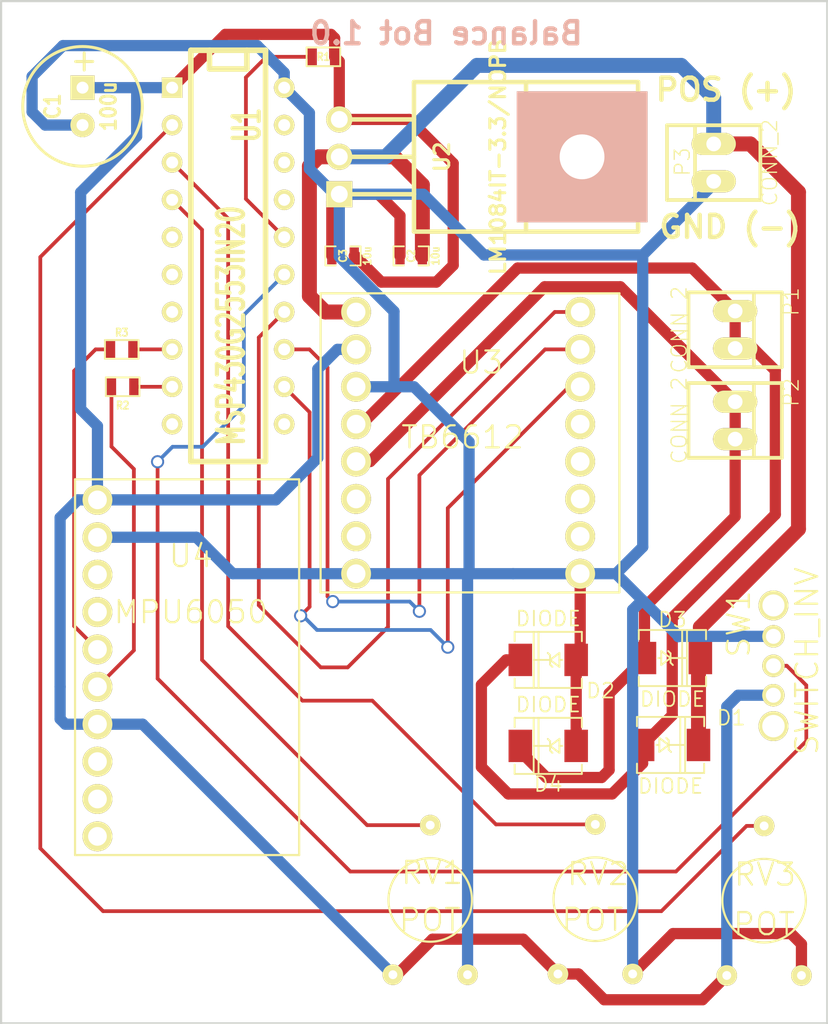
<source format=kicad_pcb>
(kicad_pcb (version 3) (host pcbnew "(2013-07-07 BZR 4022)-stable")

  (general
    (links 51)
    (no_connects 0)
    (area 198.349799 79.579399 254.684601 149.173001)
    (thickness 1.6)
    (drawings 7)
    (tracks 225)
    (zones 0)
    (modules 21)
    (nets 18)
  )

  (page A3)
  (layers
    (15 F.Cu signal)
    (0 B.Cu signal)
    (16 B.Adhes user)
    (17 F.Adhes user)
    (18 B.Paste user)
    (19 F.Paste user)
    (20 B.SilkS user)
    (21 F.SilkS user)
    (22 B.Mask user)
    (23 F.Mask user)
    (24 Dwgs.User user)
    (25 Cmts.User user)
    (26 Eco1.User user)
    (27 Eco2.User user)
    (28 Edge.Cuts user)
  )

  (setup
    (last_trace_width 0.254)
    (trace_clearance 0.254)
    (zone_clearance 0.508)
    (zone_45_only no)
    (trace_min 0.254)
    (segment_width 0.2)
    (edge_width 0.15)
    (via_size 0.889)
    (via_drill 0.635)
    (via_min_size 0.889)
    (via_min_drill 0.508)
    (uvia_size 0.508)
    (uvia_drill 0.127)
    (uvias_allowed no)
    (uvia_min_size 0.508)
    (uvia_min_drill 0.127)
    (pcb_text_width 0.3)
    (pcb_text_size 1.5 1.5)
    (mod_edge_width 0.15)
    (mod_text_size 1.5 1.5)
    (mod_text_width 0.15)
    (pad_size 1.524 1.524)
    (pad_drill 1.016)
    (pad_to_mask_clearance 0.2)
    (aux_axis_origin 198.4248 154.7368)
    (visible_elements 7FFFFFFF)
    (pcbplotparams
      (layerselection 284196865)
      (usegerberextensions true)
      (excludeedgelayer true)
      (linewidth 0.150000)
      (plotframeref false)
      (viasonmask false)
      (mode 1)
      (useauxorigin false)
      (hpglpennumber 1)
      (hpglpenspeed 20)
      (hpglpendiameter 15)
      (hpglpenoverlay 2)
      (psnegative false)
      (psa4output false)
      (plotreference true)
      (plotvalue true)
      (plotothertext true)
      (plotinvisibletext false)
      (padsonsilk false)
      (subtractmaskfromsilk false)
      (outputformat 1)
      (mirror false)
      (drillshape 0)
      (scaleselection 1)
      (outputdirectory gerber/))
  )

  (net 0 "")
  (net 1 +7.4V)
  (net 2 /VCC_MCU)
  (net 3 GND)
  (net 4 N-000001)
  (net 5 N-0000013)
  (net 6 N-0000014)
  (net 7 N-0000015)
  (net 8 N-0000016)
  (net 9 N-0000017)
  (net 10 N-000002)
  (net 11 N-000003)
  (net 12 N-000004)
  (net 13 N-000005)
  (net 14 N-000006)
  (net 15 N-000007)
  (net 16 N-000008)
  (net 17 N-000009)

  (net_class Default "This is the default net class."
    (clearance 0.254)
    (trace_width 0.254)
    (via_dia 0.889)
    (via_drill 0.635)
    (uvia_dia 0.508)
    (uvia_drill 0.127)
    (add_net "")
    (add_net N-0000013)
    (add_net N-0000014)
    (add_net N-0000015)
    (add_net N-0000016)
    (add_net N-0000017)
    (add_net N-000003)
    (add_net N-000004)
    (add_net N-000005)
    (add_net N-000006)
    (add_net N-000007)
    (add_net N-000008)
    (add_net N-000009)
  )

  (net_class 7.4 ""
    (clearance 0.254)
    (trace_width 1.016)
    (via_dia 0.889)
    (via_drill 0.635)
    (uvia_dia 0.508)
    (uvia_drill 0.127)
    (add_net +7.4V)
  )

  (net_class GND ""
    (clearance 0.254)
    (trace_width 0.762)
    (via_dia 0.889)
    (via_drill 0.635)
    (uvia_dia 0.508)
    (uvia_drill 0.127)
    (add_net GND)
  )

  (net_class Motor ""
    (clearance 0.254)
    (trace_width 0.762)
    (via_dia 0.889)
    (via_drill 0.635)
    (uvia_dia 0.508)
    (uvia_drill 0.127)
    (add_net N-000001)
    (add_net N-000002)
  )

  (net_class VCC ""
    (clearance 0.254)
    (trace_width 0.762)
    (via_dia 0.889)
    (via_drill 0.635)
    (uvia_dia 0.508)
    (uvia_drill 0.127)
    (add_net /VCC_MCU)
  )

  (module spdt (layer F.Cu) (tedit 525101AB) (tstamp 522A1C4D)
    (at 250.952 122.809 270)
    (path /52226B55)
    (fp_text reference SW1 (at -0.8382 2.3622 270) (layer F.SilkS)
      (effects (font (size 1.5 1.5) (thickness 0.15)))
    )
    (fp_text value SWITCH_INV (at 1.6764 -2.286 270) (layer F.SilkS)
      (effects (font (size 1.5 1.5) (thickness 0.15)))
    )
    (pad 4 thru_hole circle (at -2.1 0 270) (size 2.032 2.032) (drill 1.4986)
      (layers *.Cu *.Mask F.SilkS)
    )
    (pad 1 thru_hole circle (at 0 0 270) (size 1.524 1.524) (drill 1.016)
      (layers *.Cu *.Mask F.SilkS)
      (net 3 GND)
    )
    (pad 2 thru_hole circle (at 2 0 270) (size 1.524 1.524) (drill 1.016)
      (layers *.Cu *.Mask F.SilkS)
      (net 6 N-0000014)
    )
    (pad 3 thru_hole circle (at 4 0.00508 270) (size 1.524 1.524) (drill 1.016)
      (layers *.Cu *.Mask F.SilkS)
      (net 2 /VCC_MCU)
    )
    (pad 5 thru_hole circle (at 6.1 0 270) (size 2.032 2.032) (drill 1.524)
      (layers *.Cu *.Mask F.SilkS)
    )
  )

  (module tb6612 (layer F.Cu) (tedit 523FBD2D) (tstamp 522A1C44)
    (at 233.6165 102.9335)
    (path /522257CB)
    (fp_text reference U3 (at -2.54 1.27) (layer F.SilkS)
      (effects (font (size 1.5 1.5) (thickness 0.15)))
    )
    (fp_text value TB6612 (at -3.81 6.35) (layer F.SilkS)
      (effects (font (size 1.5 1.5) (thickness 0.15)))
    )
    (fp_line (start 6.858 16.891) (end -13.462 16.891) (layer F.SilkS) (width 0.15))
    (fp_line (start 6.858 -3.429) (end 6.858 16.891) (layer F.SilkS) (width 0.15))
    (fp_line (start -13.462 -3.429) (end -13.462 16.891) (layer F.SilkS) (width 0.15))
    (fp_line (start -13.462 -3.429) (end 6.858 -3.429) (layer F.SilkS) (width 0.15))
    (pad 1 thru_hole circle (at -11.049 -2.159) (size 2.032 2.032) (drill 1.27)
      (layers *.Cu *.Mask F.SilkS)
      (net 1 +7.4V)
    )
    (pad 2 thru_hole circle (at -11.049 0.381) (size 2.032 2.032) (drill 1.27)
      (layers *.Cu *.Mask F.SilkS)
      (net 2 /VCC_MCU)
    )
    (pad 3 thru_hole circle (at -11.049 2.921) (size 2.032 2.032) (drill 1.27)
      (layers *.Cu *.Mask F.SilkS)
      (net 3 GND)
    )
    (pad 4 thru_hole circle (at -11.049 5.461) (size 2.032 2.032) (drill 1.27)
      (layers *.Cu *.Mask F.SilkS)
      (net 4 N-000001)
    )
    (pad 5 thru_hole circle (at -11.049 8.001) (size 2.032 2.032) (drill 1.27)
      (layers *.Cu *.Mask F.SilkS)
      (net 10 N-000002)
    )
    (pad 6 thru_hole circle (at -11.049 10.541) (size 2.032 2.032) (drill 1.27)
      (layers *.Cu *.Mask F.SilkS)
    )
    (pad 7 thru_hole circle (at -11.049 13.081) (size 2.032 2.032) (drill 1.27)
      (layers *.Cu *.Mask F.SilkS)
    )
    (pad 8 thru_hole circle (at -11.049 15.621) (size 2.032 2.032) (drill 1.27)
      (layers *.Cu *.Mask F.SilkS)
      (net 3 GND)
    )
    (pad 9 thru_hole circle (at 4.191 15.621) (size 2.032 2.032) (drill 1.27)
      (layers *.Cu *.Mask F.SilkS)
      (net 3 GND)
    )
    (pad 10 thru_hole circle (at 4.191 13.081) (size 2.032 2.032) (drill 1.27)
      (layers *.Cu *.Mask F.SilkS)
    )
    (pad 11 thru_hole circle (at 4.191 10.541) (size 2.032 2.032) (drill 1.27)
      (layers *.Cu *.Mask F.SilkS)
    )
    (pad 12 thru_hole circle (at 4.191 8.001) (size 2.032 2.032) (drill 1.27)
      (layers *.Cu *.Mask F.SilkS)
    )
    (pad 13 thru_hole circle (at 4.191 5.461) (size 2.032 2.032) (drill 1.27)
      (layers *.Cu *.Mask F.SilkS)
    )
    (pad 14 thru_hole circle (at 4.191 2.921) (size 2.032 2.032) (drill 1.27)
      (layers *.Cu *.Mask F.SilkS)
      (net 9 N-0000017)
    )
    (pad 15 thru_hole circle (at 4.191 0.381) (size 2.032 2.032) (drill 1.27)
      (layers *.Cu *.Mask F.SilkS)
      (net 8 N-0000016)
    )
    (pad 16 thru_hole circle (at 4.191 -2.159) (size 2.032 2.032) (drill 1.27)
      (layers *.Cu *.Mask F.SilkS)
      (net 7 N-0000015)
    )
  )

  (module mpu6050 (layer F.Cu) (tedit 523FBC6C) (tstamp 522A1CCE)
    (at 204.978 124.968)
    (path /522257B3)
    (fp_text reference U4 (at 6.35 -7.62) (layer F.SilkS)
      (effects (font (size 1.5 1.5) (thickness 0.15)))
    )
    (fp_text value MPU6050 (at 6.35 -3.81) (layer F.SilkS)
      (effects (font (size 1.5 1.5) (thickness 0.15)))
    )
    (fp_line (start -1.524 -12.827) (end 13.716 -12.827) (layer F.SilkS) (width 0.15))
    (fp_line (start 13.716 -12.827) (end 13.716 12.7) (layer F.SilkS) (width 0.15))
    (fp_line (start 13.716 12.7) (end -1.524 12.7) (layer F.SilkS) (width 0.15))
    (fp_line (start -1.524 12.7) (end -1.524 -12.827) (layer F.SilkS) (width 0.15))
    (pad 1 thru_hole circle (at 0 -11.43) (size 2.032 2.032) (drill 1.27)
      (layers *.Cu *.Mask F.SilkS)
      (net 2 /VCC_MCU)
    )
    (pad 2 thru_hole circle (at 0 -8.89) (size 2.032 2.032) (drill 1.27)
      (layers *.Cu *.Mask F.SilkS)
      (net 3 GND)
    )
    (pad 3 thru_hole circle (at 0 -6.35) (size 2.032 2.032) (drill 1.27)
      (layers *.Cu *.Mask F.SilkS)
    )
    (pad 4 thru_hole circle (at 0 -3.81) (size 2.032 2.032) (drill 1.27)
      (layers *.Cu *.Mask F.SilkS)
    )
    (pad 5 thru_hole circle (at 0 -1.27) (size 2.032 2.032) (drill 1.27)
      (layers *.Cu *.Mask F.SilkS)
      (net 14 N-000006)
    )
    (pad 6 thru_hole circle (at 0 1.27) (size 2.032 2.032) (drill 1.27)
      (layers *.Cu *.Mask F.SilkS)
      (net 13 N-000005)
    )
    (pad 7 thru_hole circle (at 0 3.81) (size 2.032 2.032) (drill 1.27)
      (layers *.Cu *.Mask F.SilkS)
      (net 2 /VCC_MCU)
    )
    (pad 8 thru_hole circle (at 0 6.35) (size 2.032 2.032) (drill 1.27)
      (layers *.Cu *.Mask F.SilkS)
    )
    (pad 9 thru_hole circle (at 0 8.89) (size 2.032 2.032) (drill 1.27)
      (layers *.Cu *.Mask F.SilkS)
    )
    (pad 10 thru_hole circle (at 0 11.43) (size 2.032 2.032) (drill 1.27)
      (layers *.Cu *.Mask F.SilkS)
    )
  )

  (module TO220 (layer F.Cu) (tedit 200000) (tstamp 522A1C2C)
    (at 221.4245 90.2335)
    (descr "Transistor TO 220")
    (tags "TR TO220 DEV")
    (path /52223566)
    (fp_text reference U2 (at 6.985 0 90) (layer F.SilkS)
      (effects (font (size 1.016 1.016) (thickness 0.2032)))
    )
    (fp_text value LM1084IT-3.3/NOPB (at 10.795 0 90) (layer F.SilkS)
      (effects (font (size 1.016 1.016) (thickness 0.2032)))
    )
    (fp_line (start 0 -2.54) (end 5.08 -2.54) (layer F.SilkS) (width 0.3048))
    (fp_line (start 0 0) (end 5.08 0) (layer F.SilkS) (width 0.3048))
    (fp_line (start 0 2.54) (end 5.08 2.54) (layer F.SilkS) (width 0.3048))
    (fp_line (start 5.08 5.08) (end 20.32 5.08) (layer F.SilkS) (width 0.3048))
    (fp_line (start 20.32 5.08) (end 20.32 -5.08) (layer F.SilkS) (width 0.3048))
    (fp_line (start 20.32 -5.08) (end 5.08 -5.08) (layer F.SilkS) (width 0.3048))
    (fp_line (start 5.08 -5.08) (end 5.08 5.08) (layer F.SilkS) (width 0.3048))
    (fp_line (start 12.7 3.81) (end 12.7 -5.08) (layer F.SilkS) (width 0.3048))
    (fp_line (start 12.7 3.81) (end 12.7 5.08) (layer F.SilkS) (width 0.3048))
    (pad 1 thru_hole rect (at 0 2.54) (size 1.778 1.778) (drill 1.143)
      (layers *.Cu *.Mask F.SilkS)
      (net 3 GND)
    )
    (pad 2 thru_hole circle (at 0 -2.54) (size 1.778 1.778) (drill 1.143)
      (layers *.Cu *.Mask F.SilkS)
      (net 2 /VCC_MCU)
    )
    (pad 3 thru_hole circle (at 0 0) (size 1.778 1.778) (drill 1.143)
      (layers *.Cu *.Mask F.SilkS)
      (net 1 +7.4V)
    )
    (pad 4 thru_hole rect (at 16.51 0) (size 8.89 8.89) (drill 3.048)
      (layers *.Cu *.SilkS *.Mask)
    )
    (model discret/to220_horiz.wrl
      (at (xyz 0 0 0))
      (scale (xyz 1 1 1))
      (rotate (xyz 0 0 0))
    )
  )

  (module SM0603_Capa (layer F.Cu) (tedit 5051B1EC) (tstamp 522A1C59)
    (at 221.6785 96.9645 180)
    (path /522A05A2)
    (attr smd)
    (fp_text reference C3 (at 0 0 270) (layer F.SilkS)
      (effects (font (size 0.508 0.4572) (thickness 0.1143)))
    )
    (fp_text value 10u (at -1.651 0 270) (layer F.SilkS)
      (effects (font (size 0.508 0.4572) (thickness 0.1143)))
    )
    (fp_line (start 0.50038 0.65024) (end 1.19888 0.65024) (layer F.SilkS) (width 0.11938))
    (fp_line (start -0.50038 0.65024) (end -1.19888 0.65024) (layer F.SilkS) (width 0.11938))
    (fp_line (start 0.50038 -0.65024) (end 1.19888 -0.65024) (layer F.SilkS) (width 0.11938))
    (fp_line (start -1.19888 -0.65024) (end -0.50038 -0.65024) (layer F.SilkS) (width 0.11938))
    (fp_line (start 1.19888 -0.635) (end 1.19888 0.635) (layer F.SilkS) (width 0.11938))
    (fp_line (start -1.19888 0.635) (end -1.19888 -0.635) (layer F.SilkS) (width 0.11938))
    (pad 1 smd rect (at -0.762 0 180) (size 0.635 1.143)
      (layers F.Cu F.Paste F.Mask)
      (net 2 /VCC_MCU)
    )
    (pad 2 smd rect (at 0.762 0 180) (size 0.635 1.143)
      (layers F.Cu F.Paste F.Mask)
      (net 3 GND)
    )
    (model smd\capacitors\C0603.wrl
      (at (xyz 0 0 0.001))
      (scale (xyz 0.5 0.5 0.5))
      (rotate (xyz 0 0 0))
    )
  )

  (module SM0603_Capa (layer F.Cu) (tedit 5051B1EC) (tstamp 522A1C65)
    (at 226.314 96.9645 180)
    (path /522A0536)
    (attr smd)
    (fp_text reference C2 (at 0 0 270) (layer F.SilkS)
      (effects (font (size 0.508 0.4572) (thickness 0.1143)))
    )
    (fp_text value 10u (at -1.651 0 270) (layer F.SilkS)
      (effects (font (size 0.508 0.4572) (thickness 0.1143)))
    )
    (fp_line (start 0.50038 0.65024) (end 1.19888 0.65024) (layer F.SilkS) (width 0.11938))
    (fp_line (start -0.50038 0.65024) (end -1.19888 0.65024) (layer F.SilkS) (width 0.11938))
    (fp_line (start 0.50038 -0.65024) (end 1.19888 -0.65024) (layer F.SilkS) (width 0.11938))
    (fp_line (start -1.19888 -0.65024) (end -0.50038 -0.65024) (layer F.SilkS) (width 0.11938))
    (fp_line (start 1.19888 -0.635) (end 1.19888 0.635) (layer F.SilkS) (width 0.11938))
    (fp_line (start -1.19888 0.635) (end -1.19888 -0.635) (layer F.SilkS) (width 0.11938))
    (pad 1 smd rect (at -0.762 0 180) (size 0.635 1.143)
      (layers F.Cu F.Paste F.Mask)
      (net 1 +7.4V)
    )
    (pad 2 smd rect (at 0.762 0 180) (size 0.635 1.143)
      (layers F.Cu F.Paste F.Mask)
      (net 3 GND)
    )
    (model smd\capacitors\C0603.wrl
      (at (xyz 0 0 0.001))
      (scale (xyz 0.5 0.5 0.5))
      (rotate (xyz 0 0 0))
    )
  )

  (module SM0603 (layer F.Cu) (tedit 4E43A3D1) (tstamp 522A1C6F)
    (at 220.345 83.439 180)
    (path /52222FEC)
    (attr smd)
    (fp_text reference R1 (at 0 0 180) (layer F.SilkS)
      (effects (font (size 0.508 0.4572) (thickness 0.1143)))
    )
    (fp_text value 47k (at 0 0 180) (layer F.SilkS) hide
      (effects (font (size 0.508 0.4572) (thickness 0.1143)))
    )
    (fp_line (start -1.143 -0.635) (end 1.143 -0.635) (layer F.SilkS) (width 0.127))
    (fp_line (start 1.143 -0.635) (end 1.143 0.635) (layer F.SilkS) (width 0.127))
    (fp_line (start 1.143 0.635) (end -1.143 0.635) (layer F.SilkS) (width 0.127))
    (fp_line (start -1.143 0.635) (end -1.143 -0.635) (layer F.SilkS) (width 0.127))
    (pad 1 smd rect (at -0.762 0 180) (size 0.635 1.143)
      (layers F.Cu F.Paste F.Mask)
      (net 2 /VCC_MCU)
    )
    (pad 2 smd rect (at 0.762 0 180) (size 0.635 1.143)
      (layers F.Cu F.Paste F.Mask)
      (net 11 N-000003)
    )
    (model smd\resistors\R0603.wrl
      (at (xyz 0 0 0.001))
      (scale (xyz 0.5 0.5 0.5))
      (rotate (xyz 0 0 0))
    )
  )

  (module SM0603 (layer F.Cu) (tedit 522AC914) (tstamp 522A1C79)
    (at 206.6925 105.8545 180)
    (path /52225A8A)
    (attr smd)
    (fp_text reference R2 (at 0 -1.27 180) (layer F.SilkS)
      (effects (font (size 0.508 0.4572) (thickness 0.1143)))
    )
    (fp_text value 2.2k (at 0 0 180) (layer F.SilkS) hide
      (effects (font (size 0.508 0.4572) (thickness 0.1143)))
    )
    (fp_line (start -1.143 -0.635) (end 1.143 -0.635) (layer F.SilkS) (width 0.127))
    (fp_line (start 1.143 -0.635) (end 1.143 0.635) (layer F.SilkS) (width 0.127))
    (fp_line (start 1.143 0.635) (end -1.143 0.635) (layer F.SilkS) (width 0.127))
    (fp_line (start -1.143 0.635) (end -1.143 -0.635) (layer F.SilkS) (width 0.127))
    (pad 1 smd rect (at -0.762 0 180) (size 0.635 1.143)
      (layers F.Cu F.Paste F.Mask)
      (net 5 N-0000013)
    )
    (pad 2 smd rect (at 0.762 0 180) (size 0.635 1.143)
      (layers F.Cu F.Paste F.Mask)
      (net 13 N-000005)
    )
    (model smd\resistors\R0603.wrl
      (at (xyz 0 0 0.001))
      (scale (xyz 0.5 0.5 0.5))
      (rotate (xyz 0 0 0))
    )
  )

  (module SM0603 (layer F.Cu) (tedit 522AC939) (tstamp 522A1C83)
    (at 206.629 103.3145 180)
    (path /52225A99)
    (attr smd)
    (fp_text reference R3 (at 0 1.143 180) (layer F.SilkS)
      (effects (font (size 0.508 0.4572) (thickness 0.1143)))
    )
    (fp_text value 2.2k (at 0 0 180) (layer F.SilkS) hide
      (effects (font (size 0.508 0.4572) (thickness 0.1143)))
    )
    (fp_line (start -1.143 -0.635) (end 1.143 -0.635) (layer F.SilkS) (width 0.127))
    (fp_line (start 1.143 -0.635) (end 1.143 0.635) (layer F.SilkS) (width 0.127))
    (fp_line (start 1.143 0.635) (end -1.143 0.635) (layer F.SilkS) (width 0.127))
    (fp_line (start -1.143 0.635) (end -1.143 -0.635) (layer F.SilkS) (width 0.127))
    (pad 1 smd rect (at -0.762 0 180) (size 0.635 1.143)
      (layers F.Cu F.Paste F.Mask)
      (net 12 N-000004)
    )
    (pad 2 smd rect (at 0.762 0 180) (size 0.635 1.143)
      (layers F.Cu F.Paste F.Mask)
      (net 14 N-000006)
    )
    (model smd\resistors\R0603.wrl
      (at (xyz 0 0 0.001))
      (scale (xyz 0.5 0.5 0.5))
      (rotate (xyz 0 0 0))
    )
  )

  (module round_trimpot (layer F.Cu) (tedit 522A9716) (tstamp 522A1C8B)
    (at 250.317 145.8468)
    (path /52225E07)
    (fp_text reference RV3 (at 0.0635 -6.858) (layer F.SilkS)
      (effects (font (size 1.5 1.5) (thickness 0.15)))
    )
    (fp_text value POT (at 0 -3.4925) (layer F.SilkS)
      (effects (font (size 1.5 1.5) (thickness 0.15)))
    )
    (fp_circle (center 0 -5.08) (end 2.54 -6.35) (layer F.SilkS) (width 0.15))
    (pad 2 thru_hole circle (at 0 -10.16) (size 1.4 1.4) (drill 0.6)
      (layers *.Cu *.Mask F.SilkS)
      (net 15 N-000007)
    )
    (pad 1 thru_hole circle (at -2.54 0) (size 1.4 1.4) (drill 0.6)
      (layers *.Cu *.Mask F.SilkS)
      (net 2 /VCC_MCU)
    )
    (pad 3 thru_hole circle (at 2.54 0) (size 1.4 1.4) (drill 0.6)
      (layers *.Cu *.Mask F.SilkS)
      (net 3 GND)
    )
  )

  (module round_trimpot (layer F.Cu) (tedit 522A9711) (tstamp 522A1C93)
    (at 238.8362 145.7452)
    (path /52225DF8)
    (fp_text reference RV2 (at 0.1905 -6.7945) (layer F.SilkS)
      (effects (font (size 1.5 1.5) (thickness 0.15)))
    )
    (fp_text value POT (at -0.1905 -3.683) (layer F.SilkS)
      (effects (font (size 1.5 1.5) (thickness 0.15)))
    )
    (fp_circle (center 0 -5.08) (end 2.54 -6.35) (layer F.SilkS) (width 0.15))
    (pad 2 thru_hole circle (at 0 -10.16) (size 1.4 1.4) (drill 0.6)
      (layers *.Cu *.Mask F.SilkS)
      (net 16 N-000008)
    )
    (pad 1 thru_hole circle (at -2.54 0) (size 1.4 1.4) (drill 0.6)
      (layers *.Cu *.Mask F.SilkS)
      (net 2 /VCC_MCU)
    )
    (pad 3 thru_hole circle (at 2.54 0) (size 1.4 1.4) (drill 0.6)
      (layers *.Cu *.Mask F.SilkS)
      (net 3 GND)
    )
  )

  (module round_trimpot (layer F.Cu) (tedit 522D77C4) (tstamp 523FD09B)
    (at 227.6094 145.796)
    (path /52225DE9)
    (fp_text reference RV1 (at 0.127 -6.9215) (layer F.SilkS)
      (effects (font (size 1.5 1.5) (thickness 0.15)))
    )
    (fp_text value POT (at -0.0254 -3.7211) (layer F.SilkS)
      (effects (font (size 1.5 1.5) (thickness 0.15)))
    )
    (fp_circle (center 0 -5.08) (end 2.54 -6.35) (layer F.SilkS) (width 0.15))
    (pad 2 thru_hole circle (at 0 -10.16) (size 1.4 1.4) (drill 0.6)
      (layers *.Cu *.Mask F.SilkS)
      (net 17 N-000009)
    )
    (pad 1 thru_hole circle (at -2.54 0) (size 1.4 1.4) (drill 0.6)
      (layers *.Cu *.Mask F.SilkS)
      (net 2 /VCC_MCU)
    )
    (pad 3 thru_hole circle (at 2.54 0) (size 1.4 1.4) (drill 0.6)
      (layers *.Cu *.Mask F.SilkS)
      (net 3 GND)
    )
  )

  (module PINHEAD1-2 (layer F.Cu) (tedit 4C5EDFB2) (tstamp 522AD1F1)
    (at 248.3485 101.981 270)
    (path /522266A5)
    (attr virtual)
    (fp_text reference P1 (at -1.905 -3.81 270) (layer F.SilkS)
      (effects (font (size 1.016 1.016) (thickness 0.0889)))
    )
    (fp_text value CONN_2 (at 0 3.81 270) (layer F.SilkS)
      (effects (font (size 1.016 1.016) (thickness 0.0889)))
    )
    (fp_line (start 2.54 -1.27) (end -2.54 -1.27) (layer F.SilkS) (width 0.254))
    (fp_line (start 2.54 3.175) (end -2.54 3.175) (layer F.SilkS) (width 0.254))
    (fp_line (start -2.54 -3.175) (end 2.54 -3.175) (layer F.SilkS) (width 0.254))
    (fp_line (start -2.54 -3.175) (end -2.54 3.175) (layer F.SilkS) (width 0.254))
    (fp_line (start 2.54 -3.175) (end 2.54 3.175) (layer F.SilkS) (width 0.254))
    (pad 1 thru_hole oval (at -1.27 0 270) (size 1.50622 3.01498) (drill 0.99822)
      (layers *.Cu F.Paste F.SilkS F.Mask)
      (net 4 N-000001)
    )
    (pad 2 thru_hole oval (at 1.27 0 270) (size 1.50622 3.01498) (drill 0.99822)
      (layers *.Cu F.Paste F.SilkS F.Mask)
      (net 4 N-000001)
    )
  )

  (module PINHEAD1-2 (layer F.Cu) (tedit 4C5EDFB2) (tstamp 522AD215)
    (at 248.3485 108.1405 270)
    (path /522266B2)
    (attr virtual)
    (fp_text reference P2 (at -1.905 -3.81 270) (layer F.SilkS)
      (effects (font (size 1.016 1.016) (thickness 0.0889)))
    )
    (fp_text value CONN_2 (at 0 3.81 270) (layer F.SilkS)
      (effects (font (size 1.016 1.016) (thickness 0.0889)))
    )
    (fp_line (start 2.54 -1.27) (end -2.54 -1.27) (layer F.SilkS) (width 0.254))
    (fp_line (start 2.54 3.175) (end -2.54 3.175) (layer F.SilkS) (width 0.254))
    (fp_line (start -2.54 -3.175) (end 2.54 -3.175) (layer F.SilkS) (width 0.254))
    (fp_line (start -2.54 -3.175) (end -2.54 3.175) (layer F.SilkS) (width 0.254))
    (fp_line (start 2.54 -3.175) (end 2.54 3.175) (layer F.SilkS) (width 0.254))
    (pad 1 thru_hole oval (at -1.27 0 270) (size 1.50622 3.01498) (drill 0.99822)
      (layers *.Cu F.Paste F.SilkS F.Mask)
      (net 10 N-000002)
    )
    (pad 2 thru_hole oval (at 1.27 0 270) (size 1.50622 3.01498) (drill 0.99822)
      (layers *.Cu F.Paste F.SilkS F.Mask)
      (net 10 N-000002)
    )
  )

  (module PINHEAD1-2 (layer F.Cu) (tedit 522EA86B) (tstamp 522A1CBC)
    (at 246.888 90.6272 90)
    (path /52298521)
    (attr virtual)
    (fp_text reference P3 (at 0.0508 -2.1336 90) (layer F.SilkS)
      (effects (font (size 1.016 1.016) (thickness 0.0889)))
    )
    (fp_text value CONN_2 (at 0 3.81 90) (layer F.SilkS)
      (effects (font (size 1.016 1.016) (thickness 0.0889)))
    )
    (fp_line (start 2.54 -1.27) (end -2.54 -1.27) (layer F.SilkS) (width 0.254))
    (fp_line (start 2.54 3.175) (end -2.54 3.175) (layer F.SilkS) (width 0.254))
    (fp_line (start -2.54 -3.175) (end 2.54 -3.175) (layer F.SilkS) (width 0.254))
    (fp_line (start -2.54 -3.175) (end -2.54 3.175) (layer F.SilkS) (width 0.254))
    (fp_line (start 2.54 -3.175) (end 2.54 3.175) (layer F.SilkS) (width 0.254))
    (pad 1 thru_hole oval (at -1.27 0 90) (size 1.50622 3.01498) (drill 0.99822)
      (layers *.Cu F.Paste F.SilkS F.Mask)
      (net 3 GND)
    )
    (pad 2 thru_hole oval (at 1.27 0 90) (size 1.50622 3.01498) (drill 0.99822)
      (layers *.Cu F.Paste F.SilkS F.Mask)
      (net 1 +7.4V)
    )
  )

  (module "DO-214AC(SMA)" (layer F.Cu) (tedit 522A9633) (tstamp 522A1CE6)
    (at 235.6358 124.4092 180)
    (descr "DO-214AC (SMA)  PACKAGE.")
    (tags "DO-214AC SMA")
    (path /522263FC)
    (attr smd)
    (fp_text reference D2 (at -3.556 -2.0955 180) (layer F.SilkS)
      (effects (font (size 1.00076 1.00076) (thickness 0.11938)))
    )
    (fp_text value DIODE (at 0 2.79908 180) (layer F.SilkS)
      (effects (font (size 1.00076 1.00076) (thickness 0.11938)))
    )
    (fp_line (start -0.762 0) (end -0.9652 0) (layer F.SilkS) (width 0.127))
    (fp_line (start -2.286 -1.905) (end 2.286 -1.905) (layer F.SilkS) (width 0.127))
    (fp_line (start 2.286 -1.905) (end 2.286 -1.27) (layer F.SilkS) (width 0.127))
    (fp_line (start 0.6604 1.905) (end 0.6604 -1.905) (layer F.SilkS) (width 0.127))
    (fp_line (start 0.9906 1.905) (end 0.9906 -1.905) (layer F.SilkS) (width 0.127))
    (fp_line (start -2.286 1.27) (end -2.286 1.905) (layer F.SilkS) (width 0.127))
    (fp_line (start -2.286 1.905) (end 2.286 1.905) (layer F.SilkS) (width 0.127))
    (fp_line (start 2.286 1.905) (end 2.286 1.27) (layer F.SilkS) (width 0.127))
    (fp_line (start -2.286 -1.27) (end -2.286 -1.905) (layer F.SilkS) (width 0.127))
    (fp_line (start -0.127 0) (end -0.762 -0.47498) (layer F.SilkS) (width 0.127))
    (fp_line (start -0.762 -0.47498) (end -0.762 0) (layer F.SilkS) (width 0.127))
    (fp_line (start -0.762 0) (end -0.762 0.47498) (layer F.SilkS) (width 0.127))
    (fp_line (start -0.762 0.47498) (end -0.127 0) (layer F.SilkS) (width 0.127))
    (fp_line (start -0.127 0) (end -0.127 -0.3175) (layer F.SilkS) (width 0.127))
    (fp_line (start -0.127 -0.3175) (end -0.28448 -0.47498) (layer F.SilkS) (width 0.127))
    (fp_line (start -0.127 0) (end -0.127 0.3175) (layer F.SilkS) (width 0.127))
    (fp_line (start -0.127 0.3175) (end 0.03048 0.47498) (layer F.SilkS) (width 0.127))
    (fp_line (start -0.127 0) (end 0.98298 0) (layer F.SilkS) (width 0.127))
    (pad 1 smd rect (at -1.89992 0 180) (size 1.6002 2.19964)
      (layers F.Cu F.Paste F.Mask)
      (net 3 GND)
    )
    (pad 2 smd rect (at 1.89992 0 180) (size 1.6002 2.19964)
      (layers F.Cu F.Paste F.Mask)
      (net 4 N-000001)
    )
    (model smd/do214.wrl
      (at (xyz 0 0 0))
      (scale (xyz 0.95 0.95 0.95))
      (rotate (xyz 0 0 0))
    )
  )

  (module "DO-214AC(SMA)" (layer F.Cu) (tedit 522A962D) (tstamp 522A1CFE)
    (at 243.9543 130.1877)
    (descr "DO-214AC (SMA)  PACKAGE.")
    (tags "DO-214AC SMA")
    (path /5222640B)
    (attr smd)
    (fp_text reference D1 (at 4.1275 -1.8415) (layer F.SilkS)
      (effects (font (size 1.00076 1.00076) (thickness 0.11938)))
    )
    (fp_text value DIODE (at 0 2.79908) (layer F.SilkS)
      (effects (font (size 1.00076 1.00076) (thickness 0.11938)))
    )
    (fp_line (start -0.762 0) (end -0.9652 0) (layer F.SilkS) (width 0.127))
    (fp_line (start -2.286 -1.905) (end 2.286 -1.905) (layer F.SilkS) (width 0.127))
    (fp_line (start 2.286 -1.905) (end 2.286 -1.27) (layer F.SilkS) (width 0.127))
    (fp_line (start 0.6604 1.905) (end 0.6604 -1.905) (layer F.SilkS) (width 0.127))
    (fp_line (start 0.9906 1.905) (end 0.9906 -1.905) (layer F.SilkS) (width 0.127))
    (fp_line (start -2.286 1.27) (end -2.286 1.905) (layer F.SilkS) (width 0.127))
    (fp_line (start -2.286 1.905) (end 2.286 1.905) (layer F.SilkS) (width 0.127))
    (fp_line (start 2.286 1.905) (end 2.286 1.27) (layer F.SilkS) (width 0.127))
    (fp_line (start -2.286 -1.27) (end -2.286 -1.905) (layer F.SilkS) (width 0.127))
    (fp_line (start -0.127 0) (end -0.762 -0.47498) (layer F.SilkS) (width 0.127))
    (fp_line (start -0.762 -0.47498) (end -0.762 0) (layer F.SilkS) (width 0.127))
    (fp_line (start -0.762 0) (end -0.762 0.47498) (layer F.SilkS) (width 0.127))
    (fp_line (start -0.762 0.47498) (end -0.127 0) (layer F.SilkS) (width 0.127))
    (fp_line (start -0.127 0) (end -0.127 -0.3175) (layer F.SilkS) (width 0.127))
    (fp_line (start -0.127 -0.3175) (end -0.28448 -0.47498) (layer F.SilkS) (width 0.127))
    (fp_line (start -0.127 0) (end -0.127 0.3175) (layer F.SilkS) (width 0.127))
    (fp_line (start -0.127 0.3175) (end 0.03048 0.47498) (layer F.SilkS) (width 0.127))
    (fp_line (start -0.127 0) (end 0.98298 0) (layer F.SilkS) (width 0.127))
    (pad 1 smd rect (at -1.89992 0) (size 1.6002 2.19964)
      (layers F.Cu F.Paste F.Mask)
      (net 4 N-000001)
    )
    (pad 2 smd rect (at 1.89992 0) (size 1.6002 2.19964)
      (layers F.Cu F.Paste F.Mask)
      (net 1 +7.4V)
    )
    (model smd/do214.wrl
      (at (xyz 0 0 0))
      (scale (xyz 0.95 0.95 0.95))
      (rotate (xyz 0 0 0))
    )
  )

  (module "DO-214AC(SMA)" (layer F.Cu) (tedit 50924EEA) (tstamp 522A1D16)
    (at 235.6358 130.2512 180)
    (descr "DO-214AC (SMA)  PACKAGE.")
    (tags "DO-214AC SMA")
    (path /52226569)
    (attr smd)
    (fp_text reference D4 (at 0 -2.60096 180) (layer F.SilkS)
      (effects (font (size 1.00076 1.00076) (thickness 0.11938)))
    )
    (fp_text value DIODE (at 0 2.79908 180) (layer F.SilkS)
      (effects (font (size 1.00076 1.00076) (thickness 0.11938)))
    )
    (fp_line (start -0.762 0) (end -0.9652 0) (layer F.SilkS) (width 0.127))
    (fp_line (start -2.286 -1.905) (end 2.286 -1.905) (layer F.SilkS) (width 0.127))
    (fp_line (start 2.286 -1.905) (end 2.286 -1.27) (layer F.SilkS) (width 0.127))
    (fp_line (start 0.6604 1.905) (end 0.6604 -1.905) (layer F.SilkS) (width 0.127))
    (fp_line (start 0.9906 1.905) (end 0.9906 -1.905) (layer F.SilkS) (width 0.127))
    (fp_line (start -2.286 1.27) (end -2.286 1.905) (layer F.SilkS) (width 0.127))
    (fp_line (start -2.286 1.905) (end 2.286 1.905) (layer F.SilkS) (width 0.127))
    (fp_line (start 2.286 1.905) (end 2.286 1.27) (layer F.SilkS) (width 0.127))
    (fp_line (start -2.286 -1.27) (end -2.286 -1.905) (layer F.SilkS) (width 0.127))
    (fp_line (start -0.127 0) (end -0.762 -0.47498) (layer F.SilkS) (width 0.127))
    (fp_line (start -0.762 -0.47498) (end -0.762 0) (layer F.SilkS) (width 0.127))
    (fp_line (start -0.762 0) (end -0.762 0.47498) (layer F.SilkS) (width 0.127))
    (fp_line (start -0.762 0.47498) (end -0.127 0) (layer F.SilkS) (width 0.127))
    (fp_line (start -0.127 0) (end -0.127 -0.3175) (layer F.SilkS) (width 0.127))
    (fp_line (start -0.127 -0.3175) (end -0.28448 -0.47498) (layer F.SilkS) (width 0.127))
    (fp_line (start -0.127 0) (end -0.127 0.3175) (layer F.SilkS) (width 0.127))
    (fp_line (start -0.127 0.3175) (end 0.03048 0.47498) (layer F.SilkS) (width 0.127))
    (fp_line (start -0.127 0) (end 0.98298 0) (layer F.SilkS) (width 0.127))
    (pad 1 smd rect (at -1.89992 0 180) (size 1.6002 2.19964)
      (layers F.Cu F.Paste F.Mask)
      (net 3 GND)
    )
    (pad 2 smd rect (at 1.89992 0 180) (size 1.6002 2.19964)
      (layers F.Cu F.Paste F.Mask)
      (net 10 N-000002)
    )
    (model smd/do214.wrl
      (at (xyz 0 0 0))
      (scale (xyz 0.95 0.95 0.95))
      (rotate (xyz 0 0 0))
    )
  )

  (module "DO-214AC(SMA)" (layer F.Cu) (tedit 50924EEA) (tstamp 522A1D2E)
    (at 244.0813 124.2822)
    (descr "DO-214AC (SMA)  PACKAGE.")
    (tags "DO-214AC SMA")
    (path /5222656F)
    (attr smd)
    (fp_text reference D3 (at 0 -2.60096) (layer F.SilkS)
      (effects (font (size 1.00076 1.00076) (thickness 0.11938)))
    )
    (fp_text value DIODE (at 0 2.79908) (layer F.SilkS)
      (effects (font (size 1.00076 1.00076) (thickness 0.11938)))
    )
    (fp_line (start -0.762 0) (end -0.9652 0) (layer F.SilkS) (width 0.127))
    (fp_line (start -2.286 -1.905) (end 2.286 -1.905) (layer F.SilkS) (width 0.127))
    (fp_line (start 2.286 -1.905) (end 2.286 -1.27) (layer F.SilkS) (width 0.127))
    (fp_line (start 0.6604 1.905) (end 0.6604 -1.905) (layer F.SilkS) (width 0.127))
    (fp_line (start 0.9906 1.905) (end 0.9906 -1.905) (layer F.SilkS) (width 0.127))
    (fp_line (start -2.286 1.27) (end -2.286 1.905) (layer F.SilkS) (width 0.127))
    (fp_line (start -2.286 1.905) (end 2.286 1.905) (layer F.SilkS) (width 0.127))
    (fp_line (start 2.286 1.905) (end 2.286 1.27) (layer F.SilkS) (width 0.127))
    (fp_line (start -2.286 -1.27) (end -2.286 -1.905) (layer F.SilkS) (width 0.127))
    (fp_line (start -0.127 0) (end -0.762 -0.47498) (layer F.SilkS) (width 0.127))
    (fp_line (start -0.762 -0.47498) (end -0.762 0) (layer F.SilkS) (width 0.127))
    (fp_line (start -0.762 0) (end -0.762 0.47498) (layer F.SilkS) (width 0.127))
    (fp_line (start -0.762 0.47498) (end -0.127 0) (layer F.SilkS) (width 0.127))
    (fp_line (start -0.127 0) (end -0.127 -0.3175) (layer F.SilkS) (width 0.127))
    (fp_line (start -0.127 -0.3175) (end -0.28448 -0.47498) (layer F.SilkS) (width 0.127))
    (fp_line (start -0.127 0) (end -0.127 0.3175) (layer F.SilkS) (width 0.127))
    (fp_line (start -0.127 0.3175) (end 0.03048 0.47498) (layer F.SilkS) (width 0.127))
    (fp_line (start -0.127 0) (end 0.98298 0) (layer F.SilkS) (width 0.127))
    (pad 1 smd rect (at -1.89992 0) (size 1.6002 2.19964)
      (layers F.Cu F.Paste F.Mask)
      (net 10 N-000002)
    )
    (pad 2 smd rect (at 1.89992 0) (size 1.6002 2.19964)
      (layers F.Cu F.Paste F.Mask)
      (net 1 +7.4V)
    )
    (model smd/do214.wrl
      (at (xyz 0 0 0))
      (scale (xyz 0.95 0.95 0.95))
      (rotate (xyz 0 0 0))
    )
  )

  (module DIP-20__300 (layer F.Cu) (tedit 522B696B) (tstamp 522A1D4D)
    (at 213.868 96.9645 270)
    (descr "20 pins DIL package, round pads")
    (tags DIL)
    (path /52222F38)
    (fp_text reference U1 (at -8.89 -1.27 270) (layer F.SilkS)
      (effects (font (size 1.778 1.143) (thickness 0.3048)))
    )
    (fp_text value MSP430G2553IN20 (at 4.7371 -0.2032 270) (layer F.SilkS)
      (effects (font (size 1.778 1.143) (thickness 0.3048)))
    )
    (fp_line (start -13.97 -1.27) (end -12.7 -1.27) (layer F.SilkS) (width 0.381))
    (fp_line (start -12.7 -1.27) (end -12.7 1.27) (layer F.SilkS) (width 0.381))
    (fp_line (start -12.7 1.27) (end -13.97 1.27) (layer F.SilkS) (width 0.381))
    (fp_line (start -13.97 -2.54) (end 13.97 -2.54) (layer F.SilkS) (width 0.381))
    (fp_line (start 13.97 -2.54) (end 13.97 2.54) (layer F.SilkS) (width 0.381))
    (fp_line (start 13.97 2.54) (end -13.97 2.54) (layer F.SilkS) (width 0.381))
    (fp_line (start -13.97 2.54) (end -13.97 -2.54) (layer F.SilkS) (width 0.381))
    (pad 1 thru_hole rect (at -11.43 3.81 270) (size 1.397 1.397) (drill 0.8128)
      (layers *.Cu *.Mask F.SilkS)
      (net 2 /VCC_MCU)
    )
    (pad 2 thru_hole circle (at -8.89 3.81 270) (size 1.397 1.397) (drill 0.8128)
      (layers *.Cu *.Mask F.SilkS)
      (net 15 N-000007)
    )
    (pad 3 thru_hole circle (at -6.35 3.81 270) (size 1.397 1.397) (drill 0.8128)
      (layers *.Cu *.Mask F.SilkS)
      (net 16 N-000008)
    )
    (pad 4 thru_hole circle (at -3.81 3.81 270) (size 1.397 1.397) (drill 0.8128)
      (layers *.Cu *.Mask F.SilkS)
      (net 17 N-000009)
    )
    (pad 5 thru_hole circle (at -1.27 3.81 270) (size 1.397 1.397) (drill 0.8128)
      (layers *.Cu *.Mask F.SilkS)
    )
    (pad 6 thru_hole circle (at 1.27 3.81 270) (size 1.397 1.397) (drill 0.8128)
      (layers *.Cu *.Mask F.SilkS)
    )
    (pad 7 thru_hole circle (at 3.81 3.81 270) (size 1.397 1.397) (drill 0.8128)
      (layers *.Cu *.Mask F.SilkS)
    )
    (pad 8 thru_hole circle (at 6.35 3.81 270) (size 1.397 1.397) (drill 0.8128)
      (layers *.Cu *.Mask F.SilkS)
      (net 12 N-000004)
    )
    (pad 9 thru_hole circle (at 8.89 3.81 270) (size 1.397 1.397) (drill 0.8128)
      (layers *.Cu *.Mask F.SilkS)
      (net 5 N-0000013)
    )
    (pad 10 thru_hole circle (at 11.43 3.81 270) (size 1.397 1.397) (drill 0.8128)
      (layers *.Cu *.Mask F.SilkS)
    )
    (pad 11 thru_hole circle (at 11.43 -3.81 270) (size 1.397 1.397) (drill 0.8128)
      (layers *.Cu *.Mask F.SilkS)
    )
    (pad 12 thru_hole circle (at 8.89 -3.81 270) (size 1.397 1.397) (drill 0.8128)
      (layers *.Cu *.Mask F.SilkS)
      (net 9 N-0000017)
    )
    (pad 13 thru_hole circle (at 6.35 -3.81 270) (size 1.397 1.397) (drill 0.8128)
      (layers *.Cu *.Mask F.SilkS)
      (net 8 N-0000016)
    )
    (pad 14 thru_hole circle (at 3.81 -3.81 270) (size 1.397 1.397) (drill 0.8128)
      (layers *.Cu *.Mask F.SilkS)
      (net 7 N-0000015)
    )
    (pad 15 thru_hole circle (at 1.27 -3.81 270) (size 1.397 1.397) (drill 0.8128)
      (layers *.Cu *.Mask F.SilkS)
      (net 6 N-0000014)
    )
    (pad 16 thru_hole circle (at -1.27 -3.81 270) (size 1.397 1.397) (drill 0.8128)
      (layers *.Cu *.Mask F.SilkS)
      (net 11 N-000003)
    )
    (pad 17 thru_hole circle (at -3.81 -3.81 270) (size 1.397 1.397) (drill 0.8128)
      (layers *.Cu *.Mask F.SilkS)
    )
    (pad 18 thru_hole circle (at -6.35 -3.81 270) (size 1.397 1.397) (drill 0.8128)
      (layers *.Cu *.Mask F.SilkS)
    )
    (pad 19 thru_hole circle (at -8.89 -3.81 270) (size 1.397 1.397) (drill 0.8128)
      (layers *.Cu *.Mask F.SilkS)
    )
    (pad 20 thru_hole circle (at -11.43 -3.81 270) (size 1.397 1.397) (drill 0.8128)
      (layers *.Cu *.Mask F.SilkS)
      (net 3 GND)
    )
    (model dil/dil_20.wrl
      (at (xyz 0 0 0))
      (scale (xyz 1 1 1))
      (rotate (xyz 0 0 0))
    )
  )

  (module C1V8 (layer F.Cu) (tedit 3DD3A719) (tstamp 522A1DF4)
    (at 203.962 86.8045 270)
    (path /522230D6)
    (fp_text reference C1 (at 0 2.032 270) (layer F.SilkS)
      (effects (font (size 1.016 0.889) (thickness 0.2032)))
    )
    (fp_text value 100u (at 0 -1.77546 270) (layer F.SilkS)
      (effects (font (size 1.016 0.889) (thickness 0.2032)))
    )
    (fp_text user + (at -3.04546 0 270) (layer F.SilkS)
      (effects (font (size 1.524 1.524) (thickness 0.2032)))
    )
    (fp_circle (center 0 0) (end 4.064 0) (layer F.SilkS) (width 0.2032))
    (pad 1 thru_hole rect (at -1.27 0 270) (size 1.651 1.651) (drill 0.8128)
      (layers *.Cu *.Mask F.SilkS)
      (net 2 /VCC_MCU)
    )
    (pad 2 thru_hole circle (at 1.27 0 270) (size 1.651 1.651) (drill 0.8128)
      (layers *.Cu *.Mask F.SilkS)
      (net 3 GND)
    )
    (model discret/c_vert_c1v8.wrl
      (at (xyz 0 0 0))
      (scale (xyz 1 1 1))
      (rotate (xyz 0 0 0))
    )
  )

  (gr_line (start 254.6096 79.6544) (end 198.4248 79.6544) (angle 90) (layer Edge.Cuts) (width 0.15))
  (gr_line (start 254.6096 149.098) (end 254.6096 79.6544) (angle 90) (layer Edge.Cuts) (width 0.15))
  (gr_line (start 198.4248 149.098) (end 254.6096 149.098) (angle 90) (layer Edge.Cuts) (width 0.15))
  (gr_line (start 198.4248 79.6544) (end 198.4248 149.098) (angle 90) (layer Edge.Cuts) (width 0.15))
  (gr_text "Balance Bot 1.0" (at 228.7016 81.8388) (layer B.SilkS)
    (effects (font (size 1.5 1.5) (thickness 0.3)) (justify mirror))
  )
  (gr_text "GND (-)" (at 248.0056 94.996) (layer F.SilkS)
    (effects (font (size 1.5 1.5) (thickness 0.3)))
  )
  (gr_text "POS (+)" (at 247.7262 85.6742) (layer F.SilkS)
    (effects (font (size 1.5 1.5) (thickness 0.3)))
  )

  (segment (start 245.85422 130.1877) (end 245.85422 124.4092) (width 1.016) (layer F.Cu) (net 1))
  (segment (start 245.85422 124.4092) (end 245.98122 124.2822) (width 1.016) (layer F.Cu) (net 1) (tstamp 522EABD4))
  (segment (start 246.888 89.3572) (end 249.3772 89.3572) (width 1.016) (layer F.Cu) (net 1))
  (segment (start 249.3772 89.3572) (end 252.6538 92.6338) (width 1.016) (layer F.Cu) (net 1) (tstamp 522EABBE))
  (segment (start 252.6538 92.6338) (end 252.6538 115.5192) (width 1.016) (layer F.Cu) (net 1) (tstamp 522EABC3))
  (segment (start 252.6538 115.5192) (end 245.98122 122.19178) (width 1.016) (layer F.Cu) (net 1) (tstamp 522EABC7))
  (segment (start 245.98122 122.19178) (end 245.98122 124.2822) (width 1.016) (layer F.Cu) (net 1) (tstamp 522EABCF))
  (segment (start 246.888 89.3572) (end 246.888 86.233) (width 1.016) (layer B.Cu) (net 1))
  (segment (start 224.5741 90.2335) (end 221.4245 90.2335) (width 1.016) (layer B.Cu) (net 1) (tstamp 522EA929))
  (segment (start 230.7844 84.0232) (end 224.5741 90.2335) (width 1.016) (layer B.Cu) (net 1) (tstamp 522EA924))
  (segment (start 244.6782 84.0232) (end 230.7844 84.0232) (width 1.016) (layer B.Cu) (net 1) (tstamp 522EA920))
  (segment (start 246.888 86.233) (end 244.6782 84.0232) (width 1.016) (layer B.Cu) (net 1) (tstamp 522EA91E))
  (segment (start 245.98122 130.0607) (end 245.85422 130.1877) (width 1.016) (layer F.Cu) (net 1) (tstamp 522AD014))
  (segment (start 221.4245 90.2335) (end 220.0275 90.2335) (width 1.016) (layer F.Cu) (net 1))
  (segment (start 220.472 100.7745) (end 222.5675 100.7745) (width 1.016) (layer F.Cu) (net 1) (tstamp 522ACFD5))
  (segment (start 219.3925 99.695) (end 220.472 100.7745) (width 1.016) (layer F.Cu) (net 1) (tstamp 522ACFCE))
  (segment (start 219.3925 90.8685) (end 219.3925 99.695) (width 1.016) (layer F.Cu) (net 1) (tstamp 522ACFCB))
  (segment (start 220.0275 90.2335) (end 219.3925 90.8685) (width 1.016) (layer F.Cu) (net 1) (tstamp 522ACFC6))
  (segment (start 227.076 96.9645) (end 227.076 92.1385) (width 1.016) (layer F.Cu) (net 1))
  (segment (start 225.171 90.2335) (end 221.4245 90.2335) (width 1.016) (layer F.Cu) (net 1) (tstamp 522ACBB4))
  (segment (start 227.076 92.1385) (end 225.171 90.2335) (width 1.016) (layer F.Cu) (net 1) (tstamp 522ACBB3))
  (segment (start 236.2962 145.7452) (end 237.6932 145.7452) (width 0.762) (layer F.Cu) (net 2))
  (segment (start 246.126 147.4978) (end 247.777 145.8468) (width 0.762) (layer F.Cu) (net 2) (tstamp 5251001D))
  (segment (start 239.4458 147.4978) (end 246.126 147.4978) (width 0.762) (layer F.Cu) (net 2) (tstamp 52510019))
  (segment (start 237.6932 145.7452) (end 239.4458 147.4978) (width 0.762) (layer F.Cu) (net 2) (tstamp 52510017))
  (segment (start 225.0694 145.796) (end 225.3488 145.796) (width 0.762) (layer F.Cu) (net 2))
  (segment (start 233.934 143.383) (end 236.2962 145.7452) (width 0.762) (layer F.Cu) (net 2) (tstamp 52510009))
  (segment (start 227.7618 143.383) (end 233.934 143.383) (width 0.762) (layer F.Cu) (net 2) (tstamp 52510006))
  (segment (start 225.3488 145.796) (end 227.7618 143.383) (width 0.762) (layer F.Cu) (net 2) (tstamp 52510004))
  (segment (start 204.978 128.778) (end 208.0514 128.778) (width 0.762) (layer B.Cu) (net 2))
  (segment (start 208.0514 128.778) (end 225.0694 145.796) (width 0.762) (layer B.Cu) (net 2) (tstamp 5250FF9C))
  (segment (start 247.777 145.8468) (end 247.777 127.5842) (width 0.762) (layer B.Cu) (net 2))
  (segment (start 247.777 127.5842) (end 248.5522 126.809) (width 0.762) (layer B.Cu) (net 2) (tstamp 522EAA31))
  (segment (start 248.5522 126.809) (end 250.94692 126.809) (width 0.762) (layer B.Cu) (net 2) (tstamp 522EAA38))
  (segment (start 204.978 128.778) (end 202.7936 128.778) (width 0.762) (layer B.Cu) (net 2))
  (segment (start 202.7936 128.778) (end 202.438 128.4224) (width 0.762) (layer B.Cu) (net 2) (tstamp 522AD31E))
  (segment (start 202.438 126.238) (end 202.438 128.4224) (width 0.762) (layer B.Cu) (net 2))
  (segment (start 204.978 113.538) (end 217.1065 113.538) (width 0.762) (layer B.Cu) (net 2))
  (segment (start 221.2975 103.3145) (end 222.5675 103.3145) (width 0.762) (layer B.Cu) (net 2) (tstamp 522AD0B0))
  (segment (start 219.964 104.648) (end 221.2975 103.3145) (width 0.762) (layer B.Cu) (net 2) (tstamp 522AD0AE))
  (segment (start 219.964 110.6805) (end 219.964 104.648) (width 0.762) (layer B.Cu) (net 2) (tstamp 522AD0AC))
  (segment (start 217.1065 113.538) (end 219.964 110.6805) (width 0.762) (layer B.Cu) (net 2) (tstamp 522AD0AA))
  (segment (start 204.978 113.538) (end 203.6445 113.538) (width 0.762) (layer B.Cu) (net 2))
  (segment (start 202.438 114.7445) (end 202.438 126.238) (width 0.762) (layer B.Cu) (net 2) (tstamp 522AD08E))
  (segment (start 203.6445 113.538) (end 202.438 114.7445) (width 0.762) (layer B.Cu) (net 2) (tstamp 522AD08B))
  (segment (start 204.978 113.538) (end 204.978 108.5215) (width 0.762) (layer B.Cu) (net 2))
  (segment (start 207.645 88.8365) (end 207.645 85.5345) (width 0.762) (layer B.Cu) (net 2) (tstamp 522AD077))
  (segment (start 203.835 92.6465) (end 207.645 88.8365) (width 0.762) (layer B.Cu) (net 2) (tstamp 522AD073))
  (segment (start 203.835 107.3785) (end 203.835 92.6465) (width 0.762) (layer B.Cu) (net 2) (tstamp 522AD06F))
  (segment (start 204.978 108.5215) (end 203.835 107.3785) (width 0.762) (layer B.Cu) (net 2) (tstamp 522AD06C))
  (segment (start 221.107 83.439) (end 221.107 82.169) (width 0.762) (layer F.Cu) (net 2))
  (segment (start 213.6775 81.915) (end 210.058 85.5345) (width 0.762) (layer F.Cu) (net 2) (tstamp 522ACF5E))
  (segment (start 220.853 81.915) (end 213.6775 81.915) (width 0.762) (layer F.Cu) (net 2) (tstamp 522ACF57))
  (segment (start 221.107 82.169) (end 220.853 81.915) (width 0.762) (layer F.Cu) (net 2) (tstamp 522ACF55))
  (segment (start 203.962 85.5345) (end 207.645 85.5345) (width 0.762) (layer B.Cu) (net 2))
  (segment (start 207.645 85.5345) (end 210.058 85.5345) (width 0.762) (layer B.Cu) (net 2) (tstamp 522AD07B))
  (segment (start 221.4245 87.6935) (end 221.4245 83.7565) (width 0.762) (layer F.Cu) (net 2))
  (segment (start 221.4245 83.7565) (end 221.107 83.439) (width 0.762) (layer F.Cu) (net 2) (tstamp 522ACC2C))
  (segment (start 222.4405 96.9645) (end 222.504 96.9645) (width 0.762) (layer F.Cu) (net 2))
  (segment (start 226.187 87.6935) (end 221.4245 87.6935) (width 0.762) (layer F.Cu) (net 2) (tstamp 522ACBBC))
  (segment (start 229.1715 90.678) (end 226.187 87.6935) (width 0.762) (layer F.Cu) (net 2) (tstamp 522ACBBB))
  (segment (start 229.1715 97.5995) (end 229.1715 90.678) (width 0.762) (layer F.Cu) (net 2) (tstamp 522ACBBA))
  (segment (start 228.0285 98.7425) (end 229.1715 97.5995) (width 0.762) (layer F.Cu) (net 2) (tstamp 522ACBB9))
  (segment (start 224.282 98.7425) (end 228.0285 98.7425) (width 0.762) (layer F.Cu) (net 2) (tstamp 522ACBB8))
  (segment (start 222.504 96.9645) (end 224.282 98.7425) (width 0.762) (layer F.Cu) (net 2) (tstamp 522ACBB7))
  (segment (start 252.857 145.8468) (end 252.857 143.7132) (width 0.762) (layer F.Cu) (net 3))
  (segment (start 244.1194 143.002) (end 241.3762 145.7452) (width 0.762) (layer F.Cu) (net 3) (tstamp 5250FFEF))
  (segment (start 252.1458 143.002) (end 244.1194 143.002) (width 0.762) (layer F.Cu) (net 3) (tstamp 5250FFEE))
  (segment (start 252.857 143.7132) (end 252.1458 143.002) (width 0.762) (layer F.Cu) (net 3) (tstamp 5250FFED))
  (segment (start 241.3762 145.7452) (end 241.3762 121.0056) (width 0.762) (layer B.Cu) (net 3))
  (segment (start 241.3762 121.0056) (end 242.0366 120.3452) (width 0.762) (layer B.Cu) (net 3) (tstamp 5250FFCF))
  (segment (start 230.1494 145.796) (end 230.1494 118.6561) (width 0.762) (layer B.Cu) (net 3))
  (segment (start 230.1494 118.6561) (end 230.251 118.5545) (width 0.762) (layer B.Cu) (net 3) (tstamp 5250FFCB))
  (segment (start 244.475 122.8344) (end 244.5004 122.809) (width 0.762) (layer B.Cu) (net 3) (tstamp 522EA9EF))
  (segment (start 250.952 122.809) (end 244.5004 122.809) (width 0.762) (layer B.Cu) (net 3))
  (segment (start 244.5004 122.809) (end 242.0366 120.3452) (width 0.762) (layer B.Cu) (net 3) (tstamp 522EA9E3))
  (segment (start 242.0366 120.3452) (end 240.2459 118.5545) (width 0.762) (layer B.Cu) (net 3) (tstamp 5250FFD5))
  (segment (start 246.888 91.8972) (end 246.888 92.075) (width 0.762) (layer B.Cu) (net 3))
  (segment (start 246.888 92.075) (end 242.062 96.901) (width 0.762) (layer B.Cu) (net 3) (tstamp 522EA92D))
  (segment (start 237.8075 118.5545) (end 237.8075 124.13742) (width 0.762) (layer F.Cu) (net 3))
  (segment (start 237.8075 124.13742) (end 237.53572 124.4092) (width 0.762) (layer F.Cu) (net 3) (tstamp 522D78D2))
  (segment (start 242.062 96.901) (end 242.062 116.7384) (width 0.762) (layer B.Cu) (net 3))
  (segment (start 240.2459 118.5545) (end 237.8075 118.5545) (width 0.762) (layer B.Cu) (net 3) (tstamp 522AE02E))
  (segment (start 242.062 116.7384) (end 240.2459 118.5545) (width 0.762) (layer B.Cu) (net 3) (tstamp 522AE02B))
  (segment (start 221.4245 92.7735) (end 221.4245 97.0153) (width 0.762) (layer B.Cu) (net 3))
  (segment (start 225.1456 100.7364) (end 225.1456 105.8545) (width 0.762) (layer B.Cu) (net 3) (tstamp 522AD467))
  (segment (start 221.4245 97.0153) (end 225.1456 100.7364) (width 0.762) (layer B.Cu) (net 3) (tstamp 522AD45F))
  (segment (start 237.53572 130.2512) (end 237.53572 124.4092) (width 0.762) (layer F.Cu) (net 3))
  (segment (start 227.1395 92.7735) (end 221.4245 92.7735) (width 0.762) (layer B.Cu) (net 3) (tstamp 522ACE2B))
  (segment (start 231.267 96.901) (end 227.1395 92.7735) (width 0.762) (layer B.Cu) (net 3) (tstamp 522ACE29))
  (segment (start 242.062 96.901) (end 231.267 96.901) (width 0.762) (layer B.Cu) (net 3) (tstamp 522AE029))
  (segment (start 222.5675 105.8545) (end 225.1456 105.8545) (width 0.762) (layer B.Cu) (net 3))
  (segment (start 225.1456 105.8545) (end 226.5045 105.8545) (width 0.762) (layer B.Cu) (net 3) (tstamp 522AD46B))
  (segment (start 226.5045 105.8545) (end 230.251 109.601) (width 0.762) (layer B.Cu) (net 3) (tstamp 522ACD1C))
  (segment (start 230.251 109.601) (end 230.251 118.5545) (width 0.762) (layer B.Cu) (net 3) (tstamp 522ACD1E))
  (segment (start 222.5675 118.5545) (end 230.251 118.5545) (width 0.762) (layer B.Cu) (net 3))
  (segment (start 230.251 118.5545) (end 233.2482 118.5545) (width 0.762) (layer B.Cu) (net 3) (tstamp 522ACD22))
  (segment (start 233.2482 118.5545) (end 237.8075 118.5545) (width 0.762) (layer B.Cu) (net 3) (tstamp 522EA9CE))
  (segment (start 222.5675 118.5545) (end 214.1855 118.5545) (width 0.762) (layer B.Cu) (net 3))
  (segment (start 211.709 116.078) (end 204.978 116.078) (width 0.762) (layer B.Cu) (net 3) (tstamp 522ACCDD))
  (segment (start 214.1855 118.5545) (end 211.709 116.078) (width 0.762) (layer B.Cu) (net 3) (tstamp 522ACCDC))
  (segment (start 217.678 85.5345) (end 217.678 84.5185) (width 0.762) (layer B.Cu) (net 3))
  (segment (start 201.422 88.0745) (end 203.962 88.0745) (width 0.762) (layer B.Cu) (net 3) (tstamp 522ACC9E))
  (segment (start 200.533 87.1855) (end 201.422 88.0745) (width 0.762) (layer B.Cu) (net 3) (tstamp 522ACC9B))
  (segment (start 200.533 84.7725) (end 200.533 87.1855) (width 0.762) (layer B.Cu) (net 3) (tstamp 522ACC9A))
  (segment (start 202.6285 82.677) (end 200.533 84.7725) (width 0.762) (layer B.Cu) (net 3) (tstamp 522ACC98))
  (segment (start 215.8365 82.677) (end 202.6285 82.677) (width 0.762) (layer B.Cu) (net 3) (tstamp 522ACC96))
  (segment (start 217.678 84.5185) (end 215.8365 82.677) (width 0.762) (layer B.Cu) (net 3) (tstamp 522ACC92))
  (segment (start 221.4245 92.7735) (end 221.107 92.7735) (width 0.762) (layer B.Cu) (net 3))
  (segment (start 219.3925 87.249) (end 217.678 85.5345) (width 0.762) (layer B.Cu) (net 3) (tstamp 522ACC46))
  (segment (start 219.3925 91.059) (end 219.3925 87.249) (width 0.762) (layer B.Cu) (net 3) (tstamp 522ACC43))
  (segment (start 221.107 92.7735) (end 219.3925 91.059) (width 0.762) (layer B.Cu) (net 3) (tstamp 522ACC3F))
  (segment (start 225.552 96.9645) (end 225.552 94.234) (width 0.762) (layer F.Cu) (net 3))
  (segment (start 224.0915 92.7735) (end 221.4245 92.7735) (width 0.762) (layer F.Cu) (net 3) (tstamp 522ACBB0))
  (segment (start 225.552 94.234) (end 224.0915 92.7735) (width 0.762) (layer F.Cu) (net 3) (tstamp 522ACBAF))
  (segment (start 220.9165 96.9645) (end 220.9165 93.2815) (width 0.762) (layer F.Cu) (net 3))
  (segment (start 220.9165 93.2815) (end 221.4245 92.7735) (width 0.762) (layer F.Cu) (net 3) (tstamp 522ACB9C))
  (segment (start 248.3485 103.251) (end 249.5804 103.251) (width 0.762) (layer F.Cu) (net 4))
  (segment (start 244.0686 128.17348) (end 242.05438 130.1877) (width 0.762) (layer F.Cu) (net 4) (tstamp 522EA989))
  (segment (start 244.0686 121.539) (end 244.0686 128.17348) (width 0.762) (layer F.Cu) (net 4) (tstamp 522EA985))
  (segment (start 251.079 114.5286) (end 244.0686 121.539) (width 0.762) (layer F.Cu) (net 4) (tstamp 522EA97F))
  (segment (start 251.079 104.7496) (end 251.079 114.5286) (width 0.762) (layer F.Cu) (net 4) (tstamp 522EA97B))
  (segment (start 249.5804 103.251) (end 251.079 104.7496) (width 0.762) (layer F.Cu) (net 4) (tstamp 522EA979))
  (segment (start 232.918 133.5151) (end 239.9792 133.5151) (width 0.762) (layer F.Cu) (net 4) (tstamp 522AD368))
  (segment (start 232.7783 124.4092) (end 231.0892 126.0983) (width 0.762) (layer F.Cu) (net 4) (tstamp 522AD360))
  (segment (start 231.0892 126.0983) (end 231.0892 131.6863) (width 0.762) (layer F.Cu) (net 4) (tstamp 522AD362))
  (segment (start 231.0892 131.6863) (end 232.918 133.5151) (width 0.762) (layer F.Cu) (net 4) (tstamp 522AD363))
  (segment (start 239.9792 133.5151) (end 242.05438 131.43992) (width 0.762) (layer F.Cu) (net 4) (tstamp 522AD36A))
  (segment (start 242.05438 131.43992) (end 242.05438 130.1877) (width 0.762) (layer F.Cu) (net 4) (tstamp 522AD36F))
  (segment (start 233.73588 124.4092) (end 232.7783 124.4092) (width 0.762) (layer F.Cu) (net 4))
  (segment (start 222.5675 108.3945) (end 222.9485 108.3945) (width 0.762) (layer F.Cu) (net 4))
  (segment (start 245.427502 97.790002) (end 248.3485 100.711) (width 0.762) (layer F.Cu) (net 4) (tstamp 522AD263))
  (segment (start 233.552998 97.790002) (end 245.427502 97.790002) (width 0.762) (layer F.Cu) (net 4) (tstamp 522AD25D))
  (segment (start 222.9485 108.3945) (end 233.552998 97.790002) (width 0.762) (layer F.Cu) (net 4) (tstamp 522AD256))
  (segment (start 248.3485 100.711) (end 248.3485 103.251) (width 0.762) (layer F.Cu) (net 4))
  (segment (start 210.058 105.8545) (end 207.4545 105.8545) (width 0.254) (layer F.Cu) (net 5))
  (segment (start 250.952 124.809) (end 251.8598 124.809) (width 0.254) (layer F.Cu) (net 6))
  (segment (start 214.9348 100.9777) (end 217.678 98.2345) (width 0.254) (layer B.Cu) (net 6) (tstamp 522EAB00))
  (segment (start 214.9348 107.1372) (end 214.9348 100.9777) (width 0.254) (layer B.Cu) (net 6) (tstamp 522EAAFE))
  (segment (start 212.1408 109.9312) (end 214.9348 107.1372) (width 0.254) (layer B.Cu) (net 6) (tstamp 522EAAFC))
  (segment (start 210.0834 109.9312) (end 212.1408 109.9312) (width 0.254) (layer B.Cu) (net 6) (tstamp 522EAAF9))
  (segment (start 209.0674 110.9472) (end 210.0834 109.9312) (width 0.254) (layer B.Cu) (net 6) (tstamp 522EAAF8))
  (via (at 209.0674 110.9472) (size 0.889) (layers F.Cu B.Cu) (net 6))
  (segment (start 209.0674 125.6792) (end 209.0674 110.9472) (width 0.254) (layer F.Cu) (net 6) (tstamp 522EAAF0))
  (segment (start 222.1738 138.7856) (end 209.0674 125.6792) (width 0.254) (layer F.Cu) (net 6) (tstamp 522EAAED))
  (segment (start 244.3226 138.7856) (end 222.1738 138.7856) (width 0.254) (layer F.Cu) (net 6) (tstamp 522EAAE8))
  (segment (start 253.1872 129.921) (end 244.3226 138.7856) (width 0.254) (layer F.Cu) (net 6) (tstamp 522EAAE3))
  (segment (start 253.1872 126.1364) (end 253.1872 129.921) (width 0.254) (layer F.Cu) (net 6) (tstamp 522EAADE))
  (segment (start 251.8598 124.809) (end 253.1872 126.1364) (width 0.254) (layer F.Cu) (net 6) (tstamp 522EAAD7))
  (segment (start 215.9508 117.9068) (end 215.9508 120.7008) (width 0.254) (layer F.Cu) (net 7))
  (segment (start 236.0803 100.7745) (end 224.7392 112.1156) (width 0.254) (layer F.Cu) (net 7) (tstamp 522AD54B))
  (segment (start 224.7392 112.1156) (end 224.7392 119.9388) (width 0.254) (layer F.Cu) (net 7) (tstamp 522AD54F))
  (segment (start 215.9508 117.9068) (end 215.9508 102.5017) (width 0.254) (layer F.Cu) (net 7) (tstamp 522AD55A))
  (segment (start 217.678 100.7745) (end 215.9508 102.5017) (width 0.254) (layer F.Cu) (net 7) (tstamp 522AD55E))
  (segment (start 236.0803 100.7745) (end 237.8075 100.7745) (width 0.254) (layer F.Cu) (net 7))
  (segment (start 224.7392 122.174) (end 224.7392 119.9388) (width 0.254) (layer F.Cu) (net 7) (tstamp 522AD5FA))
  (segment (start 221.996 124.9172) (end 224.7392 122.174) (width 0.254) (layer F.Cu) (net 7) (tstamp 522AD5F7))
  (segment (start 220.1672 124.9172) (end 221.996 124.9172) (width 0.254) (layer F.Cu) (net 7) (tstamp 522AD5F5))
  (segment (start 215.9508 120.7008) (end 220.1672 124.9172) (width 0.254) (layer F.Cu) (net 7) (tstamp 522AD5EF))
  (segment (start 237.8075 103.3145) (end 235.4199 103.3145) (width 0.254) (layer F.Cu) (net 8))
  (segment (start 219.3925 103.3145) (end 217.678 103.3145) (width 0.254) (layer F.Cu) (net 8) (tstamp 522AD660))
  (segment (start 220.6244 104.5464) (end 219.3925 103.3145) (width 0.254) (layer F.Cu) (net 8) (tstamp 522AD65D))
  (segment (start 220.6244 120.0912) (end 220.6244 104.5464) (width 0.254) (layer F.Cu) (net 8) (tstamp 522AD65C))
  (segment (start 220.98 120.4468) (end 220.6244 120.0912) (width 0.254) (layer F.Cu) (net 8) (tstamp 522AD65B))
  (via (at 220.98 120.4468) (size 0.889) (layers F.Cu B.Cu) (net 8))
  (segment (start 226.2124 120.4468) (end 220.98 120.4468) (width 0.254) (layer B.Cu) (net 8) (tstamp 522AD656))
  (segment (start 226.8728 121.1072) (end 226.2124 120.4468) (width 0.254) (layer B.Cu) (net 8) (tstamp 522AD655))
  (via (at 226.8728 121.1072) (size 0.889) (layers F.Cu B.Cu) (net 8))
  (segment (start 226.8728 111.8616) (end 226.8728 121.1072) (width 0.254) (layer F.Cu) (net 8) (tstamp 522AD64D))
  (segment (start 235.4199 103.3145) (end 226.8728 111.8616) (width 0.254) (layer F.Cu) (net 8) (tstamp 522AD64A))
  (segment (start 237.8075 105.8545) (end 237.0455 105.8545) (width 0.254) (layer F.Cu) (net 9))
  (segment (start 219.4052 107.5817) (end 217.678 105.8545) (width 0.254) (layer F.Cu) (net 9) (tstamp 522AD678))
  (segment (start 219.4052 120.8024) (end 219.4052 107.5817) (width 0.254) (layer F.Cu) (net 9) (tstamp 522AD675))
  (segment (start 218.7956 121.412) (end 219.4052 120.8024) (width 0.254) (layer F.Cu) (net 9) (tstamp 522AD674))
  (via (at 218.7956 121.412) (size 0.889) (layers F.Cu B.Cu) (net 9))
  (segment (start 218.948 121.412) (end 218.7956 121.412) (width 0.254) (layer B.Cu) (net 9) (tstamp 522AD670))
  (segment (start 219.9132 122.3772) (end 218.948 121.412) (width 0.254) (layer B.Cu) (net 9) (tstamp 522AD66E))
  (segment (start 227.6348 122.3772) (end 219.9132 122.3772) (width 0.254) (layer B.Cu) (net 9) (tstamp 522AD66C))
  (segment (start 228.8032 123.5456) (end 227.6348 122.3772) (width 0.254) (layer B.Cu) (net 9) (tstamp 522AD66B))
  (via (at 228.8032 123.5456) (size 0.889) (layers F.Cu B.Cu) (net 9))
  (segment (start 228.8032 114.0968) (end 228.8032 123.5456) (width 0.254) (layer F.Cu) (net 9) (tstamp 522AD667))
  (segment (start 237.0455 105.8545) (end 228.8032 114.0968) (width 0.254) (layer F.Cu) (net 9) (tstamp 522AD665))
  (segment (start 248.3485 109.4105) (end 248.3485 114.6683) (width 0.762) (layer F.Cu) (net 10))
  (segment (start 242.18138 120.83542) (end 242.18138 124.2822) (width 0.762) (layer F.Cu) (net 10) (tstamp 522EA975))
  (segment (start 248.3485 114.6683) (end 242.18138 120.83542) (width 0.762) (layer F.Cu) (net 10) (tstamp 522EA971))
  (segment (start 233.73588 130.2512) (end 233.73588 130.62458) (width 0.762) (layer F.Cu) (net 10))
  (segment (start 233.73588 130.62458) (end 235.5088 132.3975) (width 0.762) (layer F.Cu) (net 10) (tstamp 522AD295))
  (segment (start 235.5088 132.3975) (end 239.268 132.3975) (width 0.762) (layer F.Cu) (net 10) (tstamp 522AD298))
  (segment (start 239.268 132.3975) (end 239.776 131.8895) (width 0.762) (layer F.Cu) (net 10) (tstamp 522AD29A))
  (segment (start 239.776 131.8895) (end 239.776 126.68758) (width 0.762) (layer F.Cu) (net 10) (tstamp 522AD2A0))
  (segment (start 239.776 126.68758) (end 242.18138 124.2822) (width 0.762) (layer F.Cu) (net 10) (tstamp 522AD2A2))
  (segment (start 222.5675 110.9345) (end 223.52 110.9345) (width 0.762) (layer F.Cu) (net 10))
  (segment (start 240.538 99.06) (end 248.3485 106.8705) (width 0.762) (layer F.Cu) (net 10) (tstamp 522AD26A))
  (segment (start 235.3945 99.06) (end 240.538 99.06) (width 0.762) (layer F.Cu) (net 10) (tstamp 522AD267))
  (segment (start 223.52 110.9345) (end 235.3945 99.06) (width 0.762) (layer F.Cu) (net 10) (tstamp 522AD266))
  (segment (start 248.3485 106.8705) (end 248.3485 109.4105) (width 0.762) (layer F.Cu) (net 10))
  (segment (start 219.583 83.439) (end 216.4715 83.439) (width 0.254) (layer F.Cu) (net 11))
  (segment (start 215.0745 93.091) (end 217.678 95.6945) (width 0.254) (layer F.Cu) (net 11) (tstamp 522ACFB9))
  (segment (start 215.0745 84.836) (end 215.0745 93.091) (width 0.254) (layer F.Cu) (net 11) (tstamp 522ACFB7))
  (segment (start 216.4715 83.439) (end 215.0745 84.836) (width 0.254) (layer F.Cu) (net 11) (tstamp 522ACFB3))
  (segment (start 210.058 103.3145) (end 207.391 103.3145) (width 0.254) (layer F.Cu) (net 12))
  (segment (start 205.9305 105.8545) (end 205.9305 109.9185) (width 0.254) (layer F.Cu) (net 13))
  (segment (start 207.4545 123.7615) (end 204.978 126.238) (width 0.254) (layer F.Cu) (net 13) (tstamp 522ACA71))
  (segment (start 207.4545 111.4425) (end 207.4545 123.7615) (width 0.254) (layer F.Cu) (net 13) (tstamp 522ACA6B))
  (segment (start 205.9305 109.9185) (end 207.4545 111.4425) (width 0.254) (layer F.Cu) (net 13) (tstamp 522ACA64))
  (segment (start 205.867 103.3145) (end 204.851 103.3145) (width 0.254) (layer F.Cu) (net 14))
  (segment (start 203.3905 122.1105) (end 204.978 123.698) (width 0.254) (layer F.Cu) (net 14) (tstamp 522ACA60))
  (segment (start 203.3905 104.775) (end 203.3905 122.1105) (width 0.254) (layer F.Cu) (net 14) (tstamp 522ACA5D))
  (segment (start 204.851 103.3145) (end 203.3905 104.775) (width 0.254) (layer F.Cu) (net 14) (tstamp 522ACA56))
  (segment (start 250.317 135.6868) (end 249.1232 135.6868) (width 0.254) (layer F.Cu) (net 15))
  (segment (start 201.0918 97.0407) (end 210.058 88.0745) (width 0.254) (layer F.Cu) (net 15) (tstamp 522D796A))
  (segment (start 201.0918 137.2108) (end 201.0918 97.0407) (width 0.254) (layer F.Cu) (net 15) (tstamp 522D7966))
  (segment (start 205.359 141.478) (end 201.0918 137.2108) (width 0.254) (layer F.Cu) (net 15) (tstamp 522D7963))
  (segment (start 243.332 141.478) (end 205.359 141.478) (width 0.254) (layer F.Cu) (net 15) (tstamp 522D795E))
  (segment (start 249.1232 135.6868) (end 243.332 141.478) (width 0.254) (layer F.Cu) (net 15) (tstamp 522D795B))
  (segment (start 238.8362 135.5852) (end 232.0798 135.5852) (width 0.254) (layer F.Cu) (net 16))
  (segment (start 213.868 94.4245) (end 210.058 90.6145) (width 0.254) (layer F.Cu) (net 16) (tstamp 5251005B))
  (segment (start 213.868 122.1232) (end 213.868 94.4245) (width 0.254) (layer F.Cu) (net 16) (tstamp 52510058))
  (segment (start 218.9226 127.1778) (end 213.868 122.1232) (width 0.254) (layer F.Cu) (net 16) (tstamp 52510056))
  (segment (start 223.6724 127.1778) (end 218.9226 127.1778) (width 0.254) (layer F.Cu) (net 16) (tstamp 52510054))
  (segment (start 232.0798 135.5852) (end 223.6724 127.1778) (width 0.254) (layer F.Cu) (net 16) (tstamp 5251004E))
  (segment (start 227.6094 135.636) (end 223.3168 135.636) (width 0.254) (layer F.Cu) (net 17))
  (segment (start 212.09 95.1865) (end 210.058 93.1545) (width 0.254) (layer F.Cu) (net 17) (tstamp 5251004A))
  (segment (start 212.09 124.4092) (end 212.09 95.1865) (width 0.254) (layer F.Cu) (net 17) (tstamp 52510047))
  (segment (start 223.3168 135.636) (end 212.09 124.4092) (width 0.254) (layer F.Cu) (net 17) (tstamp 5251003C))

)

</source>
